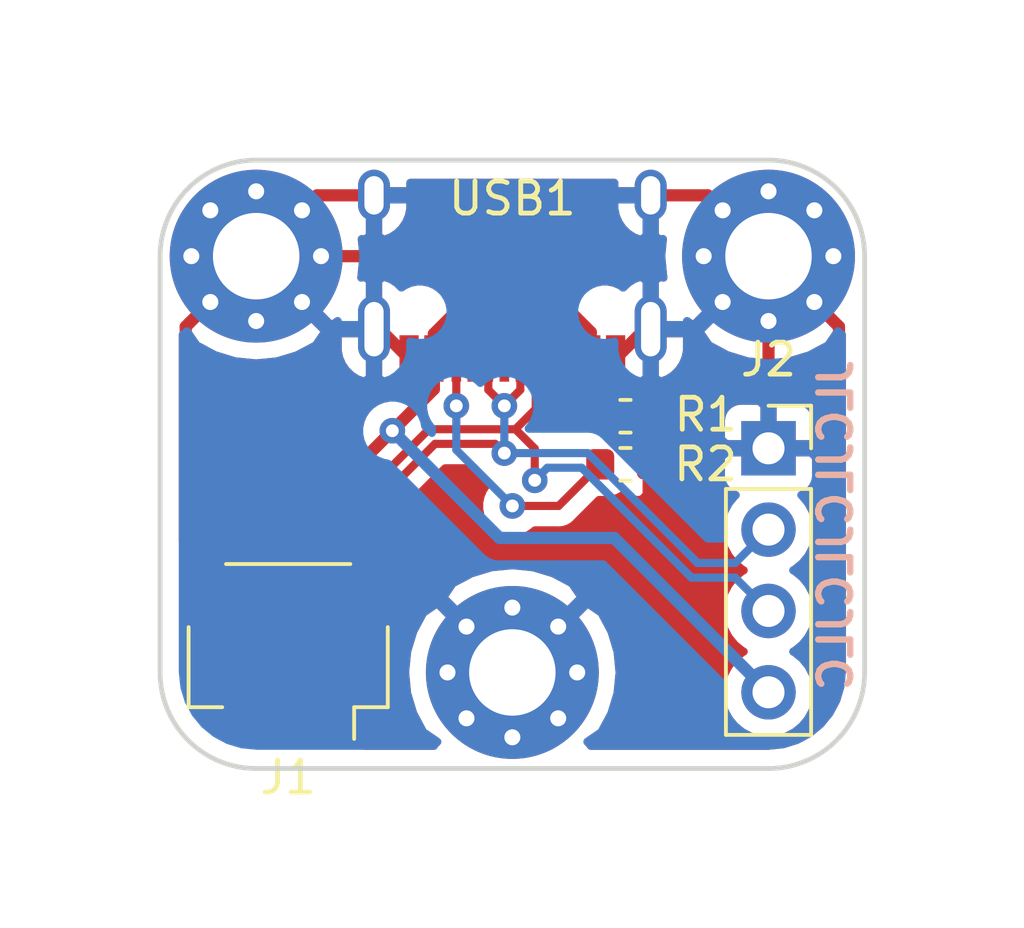
<source format=kicad_pcb>
(kicad_pcb (version 20171130) (host pcbnew "(5.1.4)-1")

  (general
    (thickness 1)
    (drawings 11)
    (tracks 83)
    (zones 0)
    (modules 8)
    (nets 7)
  )

  (page A4)
  (layers
    (0 F.Cu signal)
    (31 B.Cu signal)
    (32 B.Adhes user)
    (33 F.Adhes user)
    (34 B.Paste user)
    (35 F.Paste user)
    (36 B.SilkS user)
    (37 F.SilkS user)
    (38 B.Mask user)
    (39 F.Mask user)
    (40 Dwgs.User user)
    (41 Cmts.User user)
    (42 Eco1.User user)
    (43 Eco2.User user)
    (44 Edge.Cuts user)
    (45 Margin user)
    (46 B.CrtYd user)
    (47 F.CrtYd user)
    (48 B.Fab user)
    (49 F.Fab user)
  )

  (setup
    (last_trace_width 0.25)
    (trace_clearance 0.2)
    (zone_clearance 0.508)
    (zone_45_only no)
    (trace_min 0.2)
    (via_size 0.8)
    (via_drill 0.4)
    (via_min_size 0.4)
    (via_min_drill 0.3)
    (uvia_size 0.3)
    (uvia_drill 0.1)
    (uvias_allowed no)
    (uvia_min_size 0.2)
    (uvia_min_drill 0.1)
    (edge_width 0.15)
    (segment_width 0.2)
    (pcb_text_width 0.3)
    (pcb_text_size 1.5 1.5)
    (mod_edge_width 0.15)
    (mod_text_size 1 1)
    (mod_text_width 0.15)
    (pad_size 1.524 1.524)
    (pad_drill 0.762)
    (pad_to_mask_clearance 0.051)
    (solder_mask_min_width 0.25)
    (aux_axis_origin 0 0)
    (visible_elements 7FFFFFFF)
    (pcbplotparams
      (layerselection 0x010fc_ffffffff)
      (usegerberextensions true)
      (usegerberattributes false)
      (usegerberadvancedattributes false)
      (creategerberjobfile false)
      (excludeedgelayer true)
      (linewidth 0.100000)
      (plotframeref false)
      (viasonmask false)
      (mode 1)
      (useauxorigin false)
      (hpglpennumber 1)
      (hpglpenspeed 20)
      (hpglpendiameter 15.000000)
      (psnegative false)
      (psa4output false)
      (plotreference true)
      (plotvalue true)
      (plotinvisibletext false)
      (padsonsilk false)
      (subtractmaskfromsilk false)
      (outputformat 1)
      (mirror false)
      (drillshape 0)
      (scaleselection 1)
      (outputdirectory "gerbers/"))
  )

  (net 0 "")
  (net 1 GND)
  (net 2 /d+)
  (net 3 /d-)
  (net 4 /vbus)
  (net 5 "Net-(R1-Pad2)")
  (net 6 "Net-(R2-Pad2)")

  (net_class Default "This is the default net class."
    (clearance 0.2)
    (trace_width 0.25)
    (via_dia 0.8)
    (via_drill 0.4)
    (uvia_dia 0.3)
    (uvia_drill 0.1)
  )

  (net_class "elecrow min rec" ""
    (clearance 0.2032)
    (trace_width 0.254)
    (via_dia 0.8)
    (via_drill 0.4)
    (uvia_dia 0.3)
    (uvia_drill 0.1)
    (diff_pair_width 0.254)
    (diff_pair_gap 0.2032)
    (add_net /d+)
    (add_net /d-)
    (add_net "Net-(R1-Pad2)")
    (add_net "Net-(R2-Pad2)")
  )

  (net_class power ""
    (clearance 0.2032)
    (trace_width 0.381)
    (via_dia 0.8)
    (via_drill 0.4)
    (uvia_dia 0.3)
    (uvia_drill 0.1)
    (diff_pair_width 0.381)
    (diff_pair_gap 0.2032)
    (add_net /vbus)
    (add_net GND)
  )

  (module Type-C:HRO-TYPE-C-31-M-12-Assembly (layer F.Cu) (tedit 5D4D5A8B) (tstamp 5CF3DFAB)
    (at 11 -1.5 180)
    (path /5C9F34B7)
    (attr smd)
    (fp_text reference USB1 (at 0 -2.7) (layer F.SilkS)
      (effects (font (size 1 1) (thickness 0.15)))
    )
    (fp_text value HRO-TYPE-C-31-M-12 (at 0 1.15) (layer Dwgs.User)
      (effects (font (size 1 1) (thickness 0.15)))
    )
    (fp_line (start 3.75 -8.5) (end 3.75 -7.5) (layer F.CrtYd) (width 0.15))
    (fp_line (start -3.75 -8.5) (end 3.75 -8.5) (layer F.CrtYd) (width 0.15))
    (fp_line (start -3.75 -7.5) (end -3.75 -8.5) (layer F.CrtYd) (width 0.15))
    (fp_line (start -4.5 0) (end -4.5 -7.5) (layer F.CrtYd) (width 0.15))
    (fp_line (start 4.5 0) (end -4.5 0) (layer F.CrtYd) (width 0.15))
    (fp_line (start 4.5 -7.5) (end 4.5 0) (layer F.CrtYd) (width 0.15))
    (fp_line (start -4.5 -7.5) (end 4.5 -7.5) (layer F.CrtYd) (width 0.15))
    (fp_text user %R (at 0 -9.25) (layer F.Fab)
      (effects (font (size 1 1) (thickness 0.15)))
    )
    (fp_line (start -4.47 0) (end 4.47 0) (layer Dwgs.User) (width 0.15))
    (fp_line (start -4.47 0) (end -4.47 -7.3) (layer Dwgs.User) (width 0.15))
    (fp_line (start 4.47 0) (end 4.47 -7.3) (layer Dwgs.User) (width 0.15))
    (fp_line (start -4.47 -7.3) (end 4.47 -7.3) (layer Dwgs.User) (width 0.15))
    (pad 12 smd rect (at 3.225 -7.695 180) (size 0.6 1.45) (layers F.Cu F.Paste F.Mask)
      (net 1 GND))
    (pad 1 smd rect (at -3.225 -7.695 180) (size 0.6 1.45) (layers F.Cu F.Paste F.Mask)
      (net 1 GND))
    (pad 11 smd rect (at 2.45 -7.695 180) (size 0.6 1.45) (layers F.Cu F.Paste F.Mask)
      (net 4 /vbus))
    (pad 2 smd rect (at -2.45 -7.695 180) (size 0.6 1.45) (layers F.Cu F.Paste F.Mask)
      (net 4 /vbus))
    (pad 3 smd rect (at -1.75 -7.695 180) (size 0.3 1.45) (layers F.Cu F.Paste F.Mask))
    (pad 10 smd rect (at 1.75 -7.695 180) (size 0.3 1.45) (layers F.Cu F.Paste F.Mask)
      (net 6 "Net-(R2-Pad2)"))
    (pad 4 smd rect (at -1.25 -7.695 180) (size 0.3 1.45) (layers F.Cu F.Paste F.Mask)
      (net 5 "Net-(R1-Pad2)"))
    (pad 9 smd rect (at 1.25 -7.695 180) (size 0.3 1.45) (layers F.Cu F.Paste F.Mask))
    (pad 5 smd rect (at -0.75 -7.695 180) (size 0.3 1.45) (layers F.Cu F.Paste F.Mask)
      (net 3 /d-))
    (pad 8 smd rect (at 0.75 -7.695 180) (size 0.3 1.45) (layers F.Cu F.Paste F.Mask)
      (net 2 /d+))
    (pad 7 smd rect (at 0.25 -7.695 180) (size 0.3 1.45) (layers F.Cu F.Paste F.Mask)
      (net 3 /d-))
    (pad 6 smd rect (at -0.25 -7.695 180) (size 0.3 1.45) (layers F.Cu F.Paste F.Mask)
      (net 2 /d+))
    (pad "" np_thru_hole circle (at 2.89 -6.25 180) (size 0.65 0.65) (drill 0.65) (layers *.Cu *.Mask))
    (pad "" np_thru_hole circle (at -2.89 -6.25 180) (size 0.65 0.65) (drill 0.65) (layers *.Cu *.Mask))
    (pad 13 thru_hole oval (at -4.32 -6.78 180) (size 1 2.1) (drill oval 0.6 1.7) (layers *.Cu *.Mask)
      (net 1 GND))
    (pad 13 thru_hole oval (at 4.32 -6.78 180) (size 1 2.1) (drill oval 0.6 1.7) (layers *.Cu *.Mask)
      (net 1 GND))
    (pad 13 thru_hole oval (at -4.32 -2.6 180) (size 1 1.6) (drill oval 0.6 1.2) (layers *.Cu *.Mask)
      (net 1 GND))
    (pad 13 thru_hole oval (at 4.32 -2.6 180) (size 1 1.6) (drill oval 0.6 1.2) (layers *.Cu *.Mask)
      (net 1 GND))
    (model "C:/Users/Chris/Google Drive/Sync Drive/KiCad/libs/Type-C.pretty/HRO  TYPE-C-31-M-12.step"
      (offset (xyz -4.47 0 0))
      (scale (xyz 1 1 1))
      (rotate (xyz 90 180 180))
    )
  )

  (module keebs:m2.5_pad_via (layer F.Cu) (tedit 5CEE7539) (tstamp 5CE8F604)
    (at 19 3)
    (descr "Mounting Hole 2.7mm")
    (tags "mounting hole 2.7mm")
    (path /5CE917F5)
    (attr virtual)
    (fp_text reference H3 (at 0 -3.7) (layer F.SilkS) hide
      (effects (font (size 1 1) (thickness 0.15)))
    )
    (fp_text value MountingHole_Pad (at 0 3.7) (layer F.Fab)
      (effects (font (size 1 1) (thickness 0.15)))
    )
    (fp_circle (center 0 0) (end 2.95 0) (layer F.CrtYd) (width 0.05))
    (fp_circle (center 0 0) (end 2.7 0) (layer Cmts.User) (width 0.15))
    (fp_text user %R (at 0.3 0) (layer F.Fab)
      (effects (font (size 1 1) (thickness 0.15)))
    )
    (pad 1 thru_hole circle (at 1.431891 -1.431891) (size 0.8 0.8) (drill 0.5) (layers *.Cu *.Mask)
      (net 1 GND))
    (pad 1 thru_hole circle (at 0 -2.025) (size 0.8 0.8) (drill 0.5) (layers *.Cu *.Mask)
      (net 1 GND))
    (pad 1 thru_hole circle (at -1.431891 -1.431891) (size 0.8 0.8) (drill 0.5) (layers *.Cu *.Mask)
      (net 1 GND))
    (pad 1 thru_hole circle (at -2.025 0) (size 0.8 0.8) (drill 0.5) (layers *.Cu *.Mask)
      (net 1 GND))
    (pad 1 thru_hole circle (at -1.431891 1.431891) (size 0.8 0.8) (drill 0.5) (layers *.Cu *.Mask)
      (net 1 GND))
    (pad 1 thru_hole circle (at 0 2.025) (size 0.8 0.8) (drill 0.5) (layers *.Cu *.Mask)
      (net 1 GND))
    (pad 1 thru_hole circle (at 1.431891 1.431891) (size 0.8 0.8) (drill 0.5) (layers *.Cu *.Mask)
      (net 1 GND))
    (pad 1 thru_hole circle (at 2.025 0) (size 0.8 0.8) (drill 0.5) (layers *.Cu *.Mask)
      (net 1 GND))
    (pad 1 thru_hole circle (at 0 0) (size 5.4 5.4) (drill 2.7) (layers *.Cu *.Mask)
      (net 1 GND))
  )

  (module keebs:m2.5_pad_via (layer F.Cu) (tedit 5CEE7539) (tstamp 5CE8F94F)
    (at 3 3)
    (descr "Mounting Hole 2.7mm")
    (tags "mounting hole 2.7mm")
    (path /5CE8E580)
    (attr virtual)
    (fp_text reference H1 (at 0 -3.7) (layer F.SilkS) hide
      (effects (font (size 1 1) (thickness 0.15)))
    )
    (fp_text value MountingHole_Pad (at 0 3.7) (layer F.Fab)
      (effects (font (size 1 1) (thickness 0.15)))
    )
    (fp_circle (center 0 0) (end 2.95 0) (layer F.CrtYd) (width 0.05))
    (fp_circle (center 0 0) (end 2.7 0) (layer Cmts.User) (width 0.15))
    (fp_text user %R (at 0.3 0) (layer F.Fab)
      (effects (font (size 1 1) (thickness 0.15)))
    )
    (pad 1 thru_hole circle (at 1.431891 -1.431891) (size 0.8 0.8) (drill 0.5) (layers *.Cu *.Mask)
      (net 1 GND))
    (pad 1 thru_hole circle (at 0 -2.025) (size 0.8 0.8) (drill 0.5) (layers *.Cu *.Mask)
      (net 1 GND))
    (pad 1 thru_hole circle (at -1.431891 -1.431891) (size 0.8 0.8) (drill 0.5) (layers *.Cu *.Mask)
      (net 1 GND))
    (pad 1 thru_hole circle (at -2.025 0) (size 0.8 0.8) (drill 0.5) (layers *.Cu *.Mask)
      (net 1 GND))
    (pad 1 thru_hole circle (at -1.431891 1.431891) (size 0.8 0.8) (drill 0.5) (layers *.Cu *.Mask)
      (net 1 GND))
    (pad 1 thru_hole circle (at 0 2.025) (size 0.8 0.8) (drill 0.5) (layers *.Cu *.Mask)
      (net 1 GND))
    (pad 1 thru_hole circle (at 1.431891 1.431891) (size 0.8 0.8) (drill 0.5) (layers *.Cu *.Mask)
      (net 1 GND))
    (pad 1 thru_hole circle (at 2.025 0) (size 0.8 0.8) (drill 0.5) (layers *.Cu *.Mask)
      (net 1 GND))
    (pad 1 thru_hole circle (at 0 0) (size 5.4 5.4) (drill 2.7) (layers *.Cu *.Mask)
      (net 1 GND))
  )

  (module keebs:m2.5_pad_via (layer F.Cu) (tedit 5CEE7539) (tstamp 5CE912F9)
    (at 11 16)
    (descr "Mounting Hole 2.7mm")
    (tags "mounting hole 2.7mm")
    (path /5CE90C0E)
    (attr virtual)
    (fp_text reference H2 (at 0 -3.7) (layer F.SilkS) hide
      (effects (font (size 1 1) (thickness 0.15)))
    )
    (fp_text value MountingHole_Pad (at 0 3.7) (layer F.Fab)
      (effects (font (size 1 1) (thickness 0.15)))
    )
    (fp_circle (center 0 0) (end 2.95 0) (layer F.CrtYd) (width 0.05))
    (fp_circle (center 0 0) (end 2.7 0) (layer Cmts.User) (width 0.15))
    (fp_text user %R (at 0.3 0) (layer F.Fab)
      (effects (font (size 1 1) (thickness 0.15)))
    )
    (pad 1 thru_hole circle (at 1.431891 -1.431891) (size 0.8 0.8) (drill 0.5) (layers *.Cu *.Mask)
      (net 1 GND))
    (pad 1 thru_hole circle (at 0 -2.025) (size 0.8 0.8) (drill 0.5) (layers *.Cu *.Mask)
      (net 1 GND))
    (pad 1 thru_hole circle (at -1.431891 -1.431891) (size 0.8 0.8) (drill 0.5) (layers *.Cu *.Mask)
      (net 1 GND))
    (pad 1 thru_hole circle (at -2.025 0) (size 0.8 0.8) (drill 0.5) (layers *.Cu *.Mask)
      (net 1 GND))
    (pad 1 thru_hole circle (at -1.431891 1.431891) (size 0.8 0.8) (drill 0.5) (layers *.Cu *.Mask)
      (net 1 GND))
    (pad 1 thru_hole circle (at 0 2.025) (size 0.8 0.8) (drill 0.5) (layers *.Cu *.Mask)
      (net 1 GND))
    (pad 1 thru_hole circle (at 1.431891 1.431891) (size 0.8 0.8) (drill 0.5) (layers *.Cu *.Mask)
      (net 1 GND))
    (pad 1 thru_hole circle (at 2.025 0) (size 0.8 0.8) (drill 0.5) (layers *.Cu *.Mask)
      (net 1 GND))
    (pad 1 thru_hole circle (at 0 0) (size 5.4 5.4) (drill 2.7) (layers *.Cu *.Mask)
      (net 1 GND))
  )

  (module Resistor_SMD:R_0603_1608Metric (layer F.Cu) (tedit 5B301BBD) (tstamp 5CE8F630)
    (at 14.5325 8 180)
    (descr "Resistor SMD 0603 (1608 Metric), square (rectangular) end terminal, IPC_7351 nominal, (Body size source: http://www.tortai-tech.com/upload/download/2011102023233369053.pdf), generated with kicad-footprint-generator")
    (tags resistor)
    (path /5C9F39A7)
    (attr smd)
    (fp_text reference R1 (at -2.5125 0.05) (layer F.SilkS)
      (effects (font (size 1 1) (thickness 0.15)))
    )
    (fp_text value 5.1K (at 0 1.43) (layer F.Fab)
      (effects (font (size 1 1) (thickness 0.15)))
    )
    (fp_line (start -0.8 0.4) (end -0.8 -0.4) (layer F.Fab) (width 0.1))
    (fp_line (start -0.8 -0.4) (end 0.8 -0.4) (layer F.Fab) (width 0.1))
    (fp_line (start 0.8 -0.4) (end 0.8 0.4) (layer F.Fab) (width 0.1))
    (fp_line (start 0.8 0.4) (end -0.8 0.4) (layer F.Fab) (width 0.1))
    (fp_line (start -0.162779 -0.51) (end 0.162779 -0.51) (layer F.SilkS) (width 0.12))
    (fp_line (start -0.162779 0.51) (end 0.162779 0.51) (layer F.SilkS) (width 0.12))
    (fp_line (start -1.48 0.73) (end -1.48 -0.73) (layer F.CrtYd) (width 0.05))
    (fp_line (start -1.48 -0.73) (end 1.48 -0.73) (layer F.CrtYd) (width 0.05))
    (fp_line (start 1.48 -0.73) (end 1.48 0.73) (layer F.CrtYd) (width 0.05))
    (fp_line (start 1.48 0.73) (end -1.48 0.73) (layer F.CrtYd) (width 0.05))
    (fp_text user %R (at 0 0) (layer F.Fab)
      (effects (font (size 0.4 0.4) (thickness 0.06)))
    )
    (pad 1 smd roundrect (at -0.7875 0 180) (size 0.875 0.95) (layers F.Cu F.Paste F.Mask) (roundrect_rratio 0.25)
      (net 1 GND))
    (pad 2 smd roundrect (at 0.7875 0 180) (size 0.875 0.95) (layers F.Cu F.Paste F.Mask) (roundrect_rratio 0.25)
      (net 5 "Net-(R1-Pad2)"))
    (model ${KISYS3DMOD}/Resistor_SMD.3dshapes/R_0603_1608Metric.wrl
      (at (xyz 0 0 0))
      (scale (xyz 1 1 1))
      (rotate (xyz 0 0 0))
    )
  )

  (module Resistor_SMD:R_0603_1608Metric (layer F.Cu) (tedit 5B301BBD) (tstamp 5CE8F641)
    (at 14.5325 9.5 180)
    (descr "Resistor SMD 0603 (1608 Metric), square (rectangular) end terminal, IPC_7351 nominal, (Body size source: http://www.tortai-tech.com/upload/download/2011102023233369053.pdf), generated with kicad-footprint-generator")
    (tags resistor)
    (path /5C9F3F4F)
    (attr smd)
    (fp_text reference R2 (at -2.5 0) (layer F.SilkS)
      (effects (font (size 1 1) (thickness 0.15)))
    )
    (fp_text value 5.1K (at 0 1.43) (layer F.Fab)
      (effects (font (size 1 1) (thickness 0.15)))
    )
    (fp_line (start -0.8 0.4) (end -0.8 -0.4) (layer F.Fab) (width 0.1))
    (fp_line (start -0.8 -0.4) (end 0.8 -0.4) (layer F.Fab) (width 0.1))
    (fp_line (start 0.8 -0.4) (end 0.8 0.4) (layer F.Fab) (width 0.1))
    (fp_line (start 0.8 0.4) (end -0.8 0.4) (layer F.Fab) (width 0.1))
    (fp_line (start -0.162779 -0.51) (end 0.162779 -0.51) (layer F.SilkS) (width 0.12))
    (fp_line (start -0.162779 0.51) (end 0.162779 0.51) (layer F.SilkS) (width 0.12))
    (fp_line (start -1.48 0.73) (end -1.48 -0.73) (layer F.CrtYd) (width 0.05))
    (fp_line (start -1.48 -0.73) (end 1.48 -0.73) (layer F.CrtYd) (width 0.05))
    (fp_line (start 1.48 -0.73) (end 1.48 0.73) (layer F.CrtYd) (width 0.05))
    (fp_line (start 1.48 0.73) (end -1.48 0.73) (layer F.CrtYd) (width 0.05))
    (fp_text user %R (at 0 0) (layer F.Fab)
      (effects (font (size 0.4 0.4) (thickness 0.06)))
    )
    (pad 1 smd roundrect (at -0.7875 0 180) (size 0.875 0.95) (layers F.Cu F.Paste F.Mask) (roundrect_rratio 0.25)
      (net 1 GND))
    (pad 2 smd roundrect (at 0.7875 0 180) (size 0.875 0.95) (layers F.Cu F.Paste F.Mask) (roundrect_rratio 0.25)
      (net 6 "Net-(R2-Pad2)"))
    (model ${KISYS3DMOD}/Resistor_SMD.3dshapes/R_0603_1608Metric.wrl
      (at (xyz 0 0 0))
      (scale (xyz 1 1 1))
      (rotate (xyz 0 0 0))
    )
  )

  (module Connector_PinSocket_2.54mm:PinSocket_1x04_P2.54mm_Vertical (layer F.Cu) (tedit 5A19A429) (tstamp 5E4A691B)
    (at 19 9)
    (descr "Through hole straight socket strip, 1x04, 2.54mm pitch, single row (from Kicad 4.0.7), script generated")
    (tags "Through hole socket strip THT 1x04 2.54mm single row")
    (path /5E4A5E4C)
    (fp_text reference J2 (at 0 -2.77) (layer F.SilkS)
      (effects (font (size 1 1) (thickness 0.15)))
    )
    (fp_text value Conn_01x04 (at 0 10.39) (layer F.Fab)
      (effects (font (size 1 1) (thickness 0.15)))
    )
    (fp_line (start -1.27 -1.27) (end 0.635 -1.27) (layer F.Fab) (width 0.1))
    (fp_line (start 0.635 -1.27) (end 1.27 -0.635) (layer F.Fab) (width 0.1))
    (fp_line (start 1.27 -0.635) (end 1.27 8.89) (layer F.Fab) (width 0.1))
    (fp_line (start 1.27 8.89) (end -1.27 8.89) (layer F.Fab) (width 0.1))
    (fp_line (start -1.27 8.89) (end -1.27 -1.27) (layer F.Fab) (width 0.1))
    (fp_line (start -1.33 1.27) (end 1.33 1.27) (layer F.SilkS) (width 0.12))
    (fp_line (start -1.33 1.27) (end -1.33 8.95) (layer F.SilkS) (width 0.12))
    (fp_line (start -1.33 8.95) (end 1.33 8.95) (layer F.SilkS) (width 0.12))
    (fp_line (start 1.33 1.27) (end 1.33 8.95) (layer F.SilkS) (width 0.12))
    (fp_line (start 1.33 -1.33) (end 1.33 0) (layer F.SilkS) (width 0.12))
    (fp_line (start 0 -1.33) (end 1.33 -1.33) (layer F.SilkS) (width 0.12))
    (fp_line (start -1.8 -1.8) (end 1.75 -1.8) (layer F.CrtYd) (width 0.05))
    (fp_line (start 1.75 -1.8) (end 1.75 9.4) (layer F.CrtYd) (width 0.05))
    (fp_line (start 1.75 9.4) (end -1.8 9.4) (layer F.CrtYd) (width 0.05))
    (fp_line (start -1.8 9.4) (end -1.8 -1.8) (layer F.CrtYd) (width 0.05))
    (fp_text user %R (at 0 3.81 90) (layer F.Fab)
      (effects (font (size 1 1) (thickness 0.15)))
    )
    (pad 1 thru_hole rect (at 0 0) (size 1.7 1.7) (drill 1) (layers *.Cu *.Mask)
      (net 1 GND))
    (pad 2 thru_hole oval (at 0 2.54) (size 1.7 1.7) (drill 1) (layers *.Cu *.Mask)
      (net 2 /d+))
    (pad 3 thru_hole oval (at 0 5.08) (size 1.7 1.7) (drill 1) (layers *.Cu *.Mask)
      (net 3 /d-))
    (pad 4 thru_hole oval (at 0 7.62) (size 1.7 1.7) (drill 1) (layers *.Cu *.Mask)
      (net 4 /vbus))
    (model ${KISYS3DMOD}/Connector_PinSocket_2.54mm.3dshapes/PinSocket_1x04_P2.54mm_Vertical.wrl
      (at (xyz 0 0 0))
      (scale (xyz 1 1 1))
      (rotate (xyz 0 0 0))
    )
  )

  (module crokto:JST_SH_SM04B-SRSS-TB_1x04-1MP_P1.00mm_Horizontal (layer F.Cu) (tedit 5E466A05) (tstamp 5E4A6DC9)
    (at 4 15.3 180)
    (descr "JST SH series connector, SM04B-SRSS-TB (http://www.jst-mfg.com/product/pdf/eng/eSH.pdf), generated with kicad-footprint-generator")
    (tags "connector JST SH top entry")
    (path /5C9F357E)
    (attr smd)
    (fp_text reference J1 (at 0 -3.98) (layer F.SilkS)
      (effects (font (size 1 1) (thickness 0.15)))
    )
    (fp_text value Conn_01x04 (at 0 3.98) (layer F.Fab)
      (effects (font (size 1 1) (thickness 0.15)))
    )
    (fp_line (start -3 -1.675) (end 3 -1.675) (layer F.Fab) (width 0.1))
    (fp_line (start -3.11 0.715) (end -3.11 -1.785) (layer F.SilkS) (width 0.12))
    (fp_line (start -3.11 -1.785) (end -2.06 -1.785) (layer F.SilkS) (width 0.12))
    (fp_line (start -2.06 -1.785) (end -2.06 -2.775) (layer F.SilkS) (width 0.12))
    (fp_line (start 3.11 0.715) (end 3.11 -1.785) (layer F.SilkS) (width 0.12))
    (fp_line (start 3.11 -1.785) (end 2.06 -1.785) (layer F.SilkS) (width 0.12))
    (fp_line (start -1.94 2.685) (end 1.94 2.685) (layer F.SilkS) (width 0.12))
    (fp_line (start -3 2.575) (end 3 2.575) (layer F.Fab) (width 0.1))
    (fp_line (start -3 -1.675) (end -3 2.575) (layer F.Fab) (width 0.1))
    (fp_line (start 3 -1.675) (end 3 2.575) (layer F.Fab) (width 0.1))
    (fp_line (start -3.9 -3.28) (end -3.9 3.28) (layer F.CrtYd) (width 0.05))
    (fp_line (start -3.9 3.28) (end 3.9 3.28) (layer F.CrtYd) (width 0.05))
    (fp_line (start 3.9 3.28) (end 3.9 -3.28) (layer F.CrtYd) (width 0.05))
    (fp_line (start 3.9 -3.28) (end -3.9 -3.28) (layer F.CrtYd) (width 0.05))
    (fp_line (start -2 -1.675) (end -1.5 -0.967893) (layer F.Fab) (width 0.1))
    (fp_line (start -1.5 -0.967893) (end -1 -1.675) (layer F.Fab) (width 0.1))
    (fp_text user %R (at 0 0) (layer F.Fab)
      (effects (font (size 1 1) (thickness 0.15)))
    )
    (pad 1 smd roundrect (at -1.5 -2 180) (size 0.6 1.55) (layers F.Cu F.Paste F.Mask) (roundrect_rratio 0.25)
      (net 1 GND))
    (pad 2 smd roundrect (at -0.5 -2 180) (size 0.6 1.55) (layers F.Cu F.Paste F.Mask) (roundrect_rratio 0.25)
      (net 2 /d+))
    (pad 3 smd roundrect (at 0.5 -2 180) (size 0.6 1.55) (layers F.Cu F.Paste F.Mask) (roundrect_rratio 0.25)
      (net 3 /d-))
    (pad 4 smd roundrect (at 1.5 -2 180) (size 0.6 1.55) (layers F.Cu F.Paste F.Mask) (roundrect_rratio 0.25)
      (net 4 /vbus))
    (pad MP smd roundrect (at -2.8 1.875 180) (size 1.2 1.8) (layers F.Cu F.Paste F.Mask) (roundrect_rratio 0.208333))
    (pad MP smd roundrect (at 2.8 1.875 180) (size 1.2 1.8) (layers F.Cu F.Paste F.Mask) (roundrect_rratio 0.208333))
    (model ${CROKTO}/SM04B-SRSS-TB.STEP
      (offset (xyz 0 1.3 -0.295))
      (scale (xyz 1 1 1))
      (rotate (xyz -90 0 0))
    )
  )

  (gr_text JLCJLCJLCJLC (at 21.1 11.4 90) (layer B.SilkS)
    (effects (font (size 1 1) (thickness 0.2)) (justify mirror))
  )
  (gr_line (start 13.25 13.75) (end 13.25 19.7) (layer F.CrtYd) (width 0.05))
  (gr_line (start 7 13.75) (end 13.25 13.75) (layer F.CrtYd) (width 0.05))
  (gr_arc (start 3 16) (end 0 16) (angle -90) (layer Edge.Cuts) (width 0.15))
  (gr_line (start 0 16) (end 0 3) (layer Edge.Cuts) (width 0.15) (tstamp 5D124CEF))
  (gr_arc (start 19 3) (end 22 3) (angle -90) (layer Edge.Cuts) (width 0.15) (tstamp 5D124CF5))
  (gr_line (start 19 19) (end 3 19) (layer Edge.Cuts) (width 0.15) (tstamp 5D124CF4))
  (gr_line (start 3 0) (end 19 0) (layer Edge.Cuts) (width 0.15) (tstamp 5D124CF3))
  (gr_arc (start 3 3) (end 3 0) (angle -90) (layer Edge.Cuts) (width 0.15) (tstamp 5D124CF2))
  (gr_arc (start 19 16) (end 19 19) (angle -90) (layer Edge.Cuts) (width 0.15) (tstamp 5D124CF1))
  (gr_line (start 22 3) (end 22 16) (layer Edge.Cuts) (width 0.15) (tstamp 5D124CF0))

  (segment (start 6.86 5.28) (end 7.775 6.195) (width 0.381) (layer F.Cu) (net 1) (status 30))
  (segment (start 6.68 5.28) (end 6.86 5.28) (width 0.381) (layer F.Cu) (net 1) (status 30))
  (segment (start 15.14 5.28) (end 14.225 6.195) (width 0.381) (layer F.Cu) (net 1) (status 30))
  (segment (start 15.32 5.28) (end 15.14 5.28) (width 0.381) (layer F.Cu) (net 1) (status 30))
  (segment (start 19 3) (end 19 6.6) (width 0.381) (layer F.Cu) (net 1) (status 10))
  (segment (start 19 3) (end 21.2 5.2) (width 0.381) (layer F.Cu) (net 1) (status 10))
  (segment (start 21.2 5.2) (end 21.2 5.6) (width 0.381) (layer F.Cu) (net 1))
  (segment (start 17.1 1.1) (end 15.32 1.1) (width 0.381) (layer F.Cu) (net 1) (status 30))
  (segment (start 19 3) (end 17.1 1.1) (width 0.381) (layer F.Cu) (net 1) (status 30))
  (segment (start 4.9 1.1) (end 6.68 1.1) (width 0.381) (layer F.Cu) (net 1) (status 30))
  (segment (start 3 3) (end 4.9 1.1) (width 0.381) (layer F.Cu) (net 1) (status 30))
  (segment (start 3 3) (end 6.5 3) (width 0.381) (layer F.Cu) (net 1) (status 10))
  (segment (start 3 3) (end 0.9 5.1) (width 0.381) (layer F.Cu) (net 1) (status 10))
  (segment (start 0.9 5.1) (end 0.8 5.2) (width 0.381) (layer F.Cu) (net 1))
  (segment (start 0.8 5.2) (end 0.8 5.5) (width 0.381) (layer F.Cu) (net 1))
  (segment (start 6.68 3.849) (end 6.68 1.1) (width 0.381) (layer B.Cu) (net 1) (status 20))
  (segment (start 6.68 5.28) (end 6.68 3.849) (width 0.381) (layer B.Cu) (net 1) (status 10))
  (segment (start 15.32 1.1) (end 15.32 5.28) (width 0.381) (layer B.Cu) (net 1) (status 30))
  (segment (start 10.25 7.174) (end 10.75 7.674) (width 0.254) (layer F.Cu) (net 2))
  (segment (start 10.25 6.195) (end 10.25 7.174) (width 0.254) (layer F.Cu) (net 2) (status 10))
  (segment (start 11.25 7.174) (end 11.25 6.195) (width 0.254) (layer F.Cu) (net 2) (status 20))
  (segment (start 10.75 7.674) (end 11.25 7.174) (width 0.254) (layer F.Cu) (net 2))
  (via (at 10.75 7.674) (size 0.8) (drill 0.4) (layers F.Cu B.Cu) (net 2))
  (segment (start 10.75 7.674) (end 10.75 9.15) (width 0.254) (layer B.Cu) (net 2))
  (via (at 10.75 9.15) (size 0.8) (drill 0.4) (layers F.Cu B.Cu) (net 2))
  (segment (start 10.461411 8.861411) (end 10.75 9.15) (width 0.254) (layer F.Cu) (net 2))
  (segment (start 8.585181 8.861411) (end 10.461411 8.861411) (width 0.254) (layer F.Cu) (net 2))
  (segment (start 4.5 17.3) (end 4.2286 17.0286) (width 0.254) (layer F.Cu) (net 2) (status 30))
  (segment (start 4.2286 17.0286) (end 4.2286 13.217992) (width 0.254) (layer F.Cu) (net 2) (status 10))
  (segment (start 4.2286 13.217992) (end 8.585181 8.861411) (width 0.254) (layer F.Cu) (net 2))
  (segment (start 17.9586 12.5814) (end 19 11.54) (width 0.254) (layer B.Cu) (net 2) (status 20))
  (segment (start 16.784392 12.5814) (end 17.9586 12.5814) (width 0.254) (layer B.Cu) (net 2))
  (segment (start 13.352992 9.15) (end 16.784392 12.5814) (width 0.254) (layer B.Cu) (net 2))
  (segment (start 10.75 9.15) (end 13.352992 9.15) (width 0.254) (layer B.Cu) (net 2))
  (segment (start 10.75 6.195) (end 10.75 5.225638) (width 0.254) (layer F.Cu) (net 3) (status 10))
  (segment (start 11.75 5.216) (end 11.75 6.195) (width 0.254) (layer F.Cu) (net 3) (status 20))
  (segment (start 11.75 6.95) (end 11.75 6.195) (width 0.254) (layer F.Cu) (net 3) (status 20))
  (segment (start 11.730201 7.769799) (end 11.730201 6.969799) (width 0.254) (layer F.Cu) (net 3))
  (segment (start 11.095799 8.404201) (end 11.730201 7.769799) (width 0.254) (layer F.Cu) (net 3))
  (segment (start 3.7714 17.0286) (end 3.7714 13.0286) (width 0.254) (layer F.Cu) (net 3) (status 10))
  (segment (start 3.5 17.3) (end 3.7714 17.0286) (width 0.254) (layer F.Cu) (net 3) (status 30))
  (segment (start 11.730201 6.969799) (end 11.75 6.95) (width 0.254) (layer F.Cu) (net 3))
  (segment (start 8.395799 8.404201) (end 11.095799 8.404201) (width 0.254) (layer F.Cu) (net 3))
  (segment (start 3.7714 13.0286) (end 8.395799 8.404201) (width 0.254) (layer F.Cu) (net 3))
  (segment (start 10.75 5.225638) (end 10.975638 5) (width 0.254) (layer F.Cu) (net 3))
  (segment (start 11.740362 5.216) (end 11.75 5.216) (width 0.254) (layer F.Cu) (net 3))
  (segment (start 11.524362 5) (end 11.740362 5.216) (width 0.254) (layer F.Cu) (net 3))
  (segment (start 10.975638 5) (end 11.524362 5) (width 0.254) (layer F.Cu) (net 3))
  (via (at 11.7 10) (size 0.8) (drill 0.4) (layers F.Cu B.Cu) (net 3))
  (segment (start 11.7 9.024) (end 11.7 10) (width 0.254) (layer F.Cu) (net 3))
  (segment (start 11.095799 8.404201) (end 11.7 9.008402) (width 0.254) (layer F.Cu) (net 3))
  (segment (start 11.7 9.008402) (end 11.7 9.024) (width 0.254) (layer F.Cu) (net 3))
  (segment (start 11.7 10) (end 12.09279 9.60721) (width 0.254) (layer B.Cu) (net 3))
  (segment (start 17.9586 13.0386) (end 16.595012 13.0386) (width 0.254) (layer B.Cu) (net 3))
  (segment (start 19 14.08) (end 17.9586 13.0386) (width 0.254) (layer B.Cu) (net 3) (status 10))
  (segment (start 13.163622 9.60721) (end 16.595012 13.0386) (width 0.254) (layer B.Cu) (net 3))
  (segment (start 12.09279 9.60721) (end 13.163622 9.60721) (width 0.254) (layer B.Cu) (net 3))
  (segment (start 8.55 5.426299) (end 9.776299 4.2) (width 0.381) (layer F.Cu) (net 4))
  (segment (start 8.55 6.195) (end 8.55 5.426299) (width 0.381) (layer F.Cu) (net 4) (status 10))
  (segment (start 12.276322 4.2) (end 9.776299 4.2) (width 0.381) (layer F.Cu) (net 4))
  (segment (start 13.45 5.373678) (end 12.276322 4.2) (width 0.381) (layer F.Cu) (net 4))
  (segment (start 13.45 6.195) (end 13.45 5.373678) (width 0.381) (layer F.Cu) (net 4) (status 10))
  (segment (start 2.5 16.425) (end 2.5 17.3) (width 0.381) (layer F.Cu) (net 4) (status 20))
  (segment (start 2.5 13.203662) (end 2.5 16.425) (width 0.381) (layer F.Cu) (net 4))
  (segment (start 8.55 6.195) (end 8.55 7.153662) (width 0.381) (layer F.Cu) (net 4) (status 10))
  (segment (start 19 16.62) (end 14.18 11.8) (width 0.381) (layer B.Cu) (net 4) (status 10))
  (segment (start 14.18 11.8) (end 10.6 11.8) (width 0.381) (layer B.Cu) (net 4))
  (via (at 7.251831 8.451831) (size 0.8) (drill 0.4) (layers F.Cu B.Cu) (net 4))
  (segment (start 10.6 11.8) (end 7.251831 8.451831) (width 0.381) (layer B.Cu) (net 4))
  (segment (start 8.55 7.153662) (end 7.251831 8.451831) (width 0.381) (layer F.Cu) (net 4))
  (segment (start 7.251831 8.451831) (end 2.5 13.203662) (width 0.381) (layer F.Cu) (net 4))
  (segment (start 13.2075 8) (end 13.745 8) (width 0.254) (layer F.Cu) (net 5) (status 20))
  (segment (start 13.076 8) (end 13.2075 8) (width 0.254) (layer F.Cu) (net 5))
  (segment (start 12.25 7.174) (end 13.076 8) (width 0.254) (layer F.Cu) (net 5))
  (segment (start 12.25 6.195) (end 12.25 7.174) (width 0.254) (layer F.Cu) (net 5) (status 10))
  (via (at 11 10.8) (size 0.8) (drill 0.4) (layers F.Cu B.Cu) (net 6))
  (segment (start 13.745 9.5) (end 12.445 10.8) (width 0.254) (layer F.Cu) (net 6) (status 10))
  (segment (start 12.445 10.8) (end 11 10.8) (width 0.254) (layer F.Cu) (net 6))
  (segment (start 9.25 6.195) (end 9.25 7.75) (width 0.254) (layer F.Cu) (net 6) (status 10))
  (via (at 9.25 7.674001) (size 0.8) (drill 0.4) (layers F.Cu B.Cu) (net 6))
  (segment (start 9.25 7.75) (end 9.25 7.674001) (width 0.254) (layer F.Cu) (net 6))
  (segment (start 9.25 9.05) (end 11 10.8) (width 0.254) (layer B.Cu) (net 6))
  (segment (start 9.25 7.674001) (end 9.25 9.05) (width 0.254) (layer B.Cu) (net 6))

  (zone (net 1) (net_name GND) (layer F.Cu) (tstamp 5D18976B) (hatch edge 0.508)
    (connect_pads (clearance 0.508))
    (min_thickness 0.254)
    (fill yes (arc_segments 32) (thermal_gap 0.508) (thermal_bridge_width 0.508))
    (polygon
      (pts
        (xy -5 -5) (xy 27 -5) (xy 27 24) (xy -5 24)
      )
    )
    (filled_polygon
      (pts
        (xy 14.185 0.973) (xy 15.193 0.973) (xy 15.193 0.953) (xy 15.447 0.953) (xy 15.447 0.973)
        (xy 15.467 0.973) (xy 15.467 1.227) (xy 15.447 1.227) (xy 15.447 2.367954) (xy 15.621874 2.494119)
        (xy 15.701787 2.46552) (xy 15.648866 2.995431) (xy 15.712366 3.649293) (xy 15.718787 3.670564) (xy 15.621874 3.635881)
        (xy 15.447 3.762046) (xy 15.447 5.153) (xy 16.455 5.153) (xy 16.455 5.029098) (xy 16.654626 5.165769)
        (xy 18.820395 3) (xy 18.806253 2.985858) (xy 18.985858 2.806253) (xy 19 2.820395) (xy 19.014143 2.806253)
        (xy 19.193748 2.985858) (xy 19.179605 3) (xy 19.193748 3.014143) (xy 19.014143 3.193748) (xy 19 3.179605)
        (xy 16.834231 5.345374) (xy 17.134411 5.783828) (xy 17.713356 6.094296) (xy 18.341746 6.285852) (xy 18.995431 6.351134)
        (xy 19.649293 6.287634) (xy 20.278203 6.097792) (xy 20.857992 5.788904) (xy 20.865589 5.783828) (xy 21.165768 5.345376)
        (xy 21.279373 5.458981) (xy 21.29 5.448354) (xy 21.290001 15.965269) (xy 21.243048 16.444133) (xy 21.114063 16.871353)
        (xy 20.904554 17.265384) (xy 20.622501 17.611214) (xy 20.278651 17.895672) (xy 19.886093 18.107927) (xy 19.459788 18.239891)
        (xy 18.983036 18.29) (xy 13.448354 18.29) (xy 13.458981 18.279373) (xy 13.345376 18.165768) (xy 13.783828 17.865589)
        (xy 14.094296 17.286644) (xy 14.285852 16.658254) (xy 14.351134 16.004569) (xy 14.287634 15.350707) (xy 14.097792 14.721797)
        (xy 13.788904 14.142008) (xy 13.783828 14.134411) (xy 13.345374 13.834231) (xy 11.179605 16) (xy 11.193748 16.014143)
        (xy 11.014143 16.193748) (xy 11 16.179605) (xy 10.985858 16.193748) (xy 10.806253 16.014143) (xy 10.820395 16)
        (xy 8.654626 13.834231) (xy 8.216172 14.134411) (xy 7.905704 14.713356) (xy 7.714148 15.341746) (xy 7.648866 15.995431)
        (xy 7.712366 16.649293) (xy 7.902208 17.278203) (xy 8.211096 17.857992) (xy 8.216172 17.865589) (xy 8.654624 18.165768)
        (xy 8.541019 18.279373) (xy 8.551646 18.29) (xy 6.398354 18.29) (xy 6.425812 18.199482) (xy 6.438072 18.075)
        (xy 6.435 17.58575) (xy 6.27625 17.427) (xy 5.627 17.427) (xy 5.627 17.447) (xy 5.438072 17.447)
        (xy 5.438072 16.675) (xy 5.422929 16.521255) (xy 5.378084 16.373418) (xy 5.373 16.363907) (xy 5.373 16.04875)
        (xy 5.627 16.04875) (xy 5.627 17.173) (xy 6.27625 17.173) (xy 6.435 17.01425) (xy 6.438072 16.525)
        (xy 6.425812 16.400518) (xy 6.389502 16.28082) (xy 6.330537 16.170506) (xy 6.251185 16.073815) (xy 6.154494 15.994463)
        (xy 6.04418 15.935498) (xy 5.924482 15.899188) (xy 5.8 15.886928) (xy 5.78575 15.89) (xy 5.627 16.04875)
        (xy 5.373 16.04875) (xy 5.21425 15.89) (xy 5.2 15.886928) (xy 5.075518 15.899188) (xy 4.9906 15.924948)
        (xy 4.9906 13.533622) (xy 5.561928 12.962294) (xy 5.561928 14.075001) (xy 5.578992 14.248255) (xy 5.629528 14.414851)
        (xy 5.711595 14.568387) (xy 5.822038 14.702962) (xy 5.956613 14.813405) (xy 6.110149 14.895472) (xy 6.276745 14.946008)
        (xy 6.449999 14.963072) (xy 7.150001 14.963072) (xy 7.323255 14.946008) (xy 7.489851 14.895472) (xy 7.643387 14.813405)
        (xy 7.777962 14.702962) (xy 7.888405 14.568387) (xy 7.970472 14.414851) (xy 8.021008 14.248255) (xy 8.038072 14.075001)
        (xy 8.038072 13.654626) (xy 8.834231 13.654626) (xy 11 15.820395) (xy 13.165769 13.654626) (xy 12.865589 13.216172)
        (xy 12.286644 12.905704) (xy 11.658254 12.714148) (xy 11.004569 12.648866) (xy 10.350707 12.712366) (xy 9.721797 12.902208)
        (xy 9.142008 13.211096) (xy 9.134411 13.216172) (xy 8.834231 13.654626) (xy 8.038072 13.654626) (xy 8.038072 12.774999)
        (xy 8.021008 12.601745) (xy 7.970472 12.435149) (xy 7.888405 12.281613) (xy 7.777962 12.147038) (xy 7.643387 12.036595)
        (xy 7.489851 11.954528) (xy 7.323255 11.903992) (xy 7.150001 11.886928) (xy 6.637294 11.886928) (xy 8.900812 9.623411)
        (xy 9.825818 9.623411) (xy 9.832795 9.640256) (xy 9.946063 9.809774) (xy 10.090226 9.953937) (xy 10.259744 10.067205)
        (xy 10.266348 10.069941) (xy 10.196063 10.140226) (xy 10.082795 10.309744) (xy 10.004774 10.498102) (xy 9.965 10.698061)
        (xy 9.965 10.901939) (xy 10.004774 11.101898) (xy 10.082795 11.290256) (xy 10.196063 11.459774) (xy 10.340226 11.603937)
        (xy 10.509744 11.717205) (xy 10.698102 11.795226) (xy 10.898061 11.835) (xy 11.101939 11.835) (xy 11.301898 11.795226)
        (xy 11.490256 11.717205) (xy 11.659774 11.603937) (xy 11.701711 11.562) (xy 12.407577 11.562) (xy 12.445 11.565686)
        (xy 12.482423 11.562) (xy 12.482426 11.562) (xy 12.594378 11.550974) (xy 12.630554 11.54) (xy 17.507815 11.54)
        (xy 17.536487 11.831111) (xy 17.621401 12.111034) (xy 17.759294 12.369014) (xy 17.944866 12.595134) (xy 18.170986 12.780706)
        (xy 18.225791 12.81) (xy 18.170986 12.839294) (xy 17.944866 13.024866) (xy 17.759294 13.250986) (xy 17.621401 13.508966)
        (xy 17.536487 13.788889) (xy 17.507815 14.08) (xy 17.536487 14.371111) (xy 17.621401 14.651034) (xy 17.759294 14.909014)
        (xy 17.944866 15.135134) (xy 18.170986 15.320706) (xy 18.225791 15.35) (xy 18.170986 15.379294) (xy 17.944866 15.564866)
        (xy 17.759294 15.790986) (xy 17.621401 16.048966) (xy 17.536487 16.328889) (xy 17.507815 16.62) (xy 17.536487 16.911111)
        (xy 17.621401 17.191034) (xy 17.759294 17.449014) (xy 17.944866 17.675134) (xy 18.170986 17.860706) (xy 18.428966 17.998599)
        (xy 18.708889 18.083513) (xy 18.92705 18.105) (xy 19.07295 18.105) (xy 19.291111 18.083513) (xy 19.571034 17.998599)
        (xy 19.829014 17.860706) (xy 20.055134 17.675134) (xy 20.240706 17.449014) (xy 20.378599 17.191034) (xy 20.463513 16.911111)
        (xy 20.492185 16.62) (xy 20.463513 16.328889) (xy 20.378599 16.048966) (xy 20.240706 15.790986) (xy 20.055134 15.564866)
        (xy 19.829014 15.379294) (xy 19.774209 15.35) (xy 19.829014 15.320706) (xy 20.055134 15.135134) (xy 20.240706 14.909014)
        (xy 20.378599 14.651034) (xy 20.463513 14.371111) (xy 20.492185 14.08) (xy 20.463513 13.788889) (xy 20.378599 13.508966)
        (xy 20.240706 13.250986) (xy 20.055134 13.024866) (xy 19.829014 12.839294) (xy 19.774209 12.81) (xy 19.829014 12.780706)
        (xy 20.055134 12.595134) (xy 20.240706 12.369014) (xy 20.378599 12.111034) (xy 20.463513 11.831111) (xy 20.492185 11.54)
        (xy 20.463513 11.248889) (xy 20.378599 10.968966) (xy 20.240706 10.710986) (xy 20.055134 10.484866) (xy 20.025313 10.460393)
        (xy 20.09418 10.439502) (xy 20.204494 10.380537) (xy 20.301185 10.301185) (xy 20.380537 10.204494) (xy 20.439502 10.09418)
        (xy 20.475812 9.974482) (xy 20.488072 9.85) (xy 20.485 9.28575) (xy 20.32625 9.127) (xy 19.127 9.127)
        (xy 19.127 9.147) (xy 18.873 9.147) (xy 18.873 9.127) (xy 17.67375 9.127) (xy 17.515 9.28575)
        (xy 17.511928 9.85) (xy 17.524188 9.974482) (xy 17.560498 10.09418) (xy 17.619463 10.204494) (xy 17.698815 10.301185)
        (xy 17.795506 10.380537) (xy 17.90582 10.439502) (xy 17.974687 10.460393) (xy 17.944866 10.484866) (xy 17.759294 10.710986)
        (xy 17.621401 10.968966) (xy 17.536487 11.248889) (xy 17.507815 11.54) (xy 12.630554 11.54) (xy 12.738015 11.507402)
        (xy 12.870392 11.436645) (xy 12.986422 11.341422) (xy 13.010284 11.312346) (xy 13.709558 10.613072) (xy 13.96375 10.613072)
        (xy 14.130908 10.596608) (xy 14.291642 10.54785) (xy 14.439775 10.468671) (xy 14.46143 10.4509) (xy 14.528006 10.505537)
        (xy 14.63832 10.564502) (xy 14.758018 10.600812) (xy 14.8825 10.613072) (xy 15.03425 10.61) (xy 15.193 10.45125)
        (xy 15.193 9.627) (xy 15.447 9.627) (xy 15.447 10.45125) (xy 15.60575 10.61) (xy 15.7575 10.613072)
        (xy 15.881982 10.600812) (xy 16.00168 10.564502) (xy 16.111994 10.505537) (xy 16.208685 10.426185) (xy 16.288037 10.329494)
        (xy 16.347002 10.21918) (xy 16.383312 10.099482) (xy 16.395572 9.975) (xy 16.3925 9.78575) (xy 16.23375 9.627)
        (xy 15.447 9.627) (xy 15.193 9.627) (xy 15.173 9.627) (xy 15.173 9.373) (xy 15.193 9.373)
        (xy 15.193 8.127) (xy 15.447 8.127) (xy 15.447 9.373) (xy 16.23375 9.373) (xy 16.3925 9.21425)
        (xy 16.395572 9.025) (xy 16.383312 8.900518) (xy 16.347002 8.78082) (xy 16.330528 8.75) (xy 16.347002 8.71918)
        (xy 16.383312 8.599482) (xy 16.395572 8.475) (xy 16.3925 8.28575) (xy 16.25675 8.15) (xy 17.511928 8.15)
        (xy 17.515 8.71425) (xy 17.67375 8.873) (xy 18.873 8.873) (xy 18.873 7.67375) (xy 19.127 7.67375)
        (xy 19.127 8.873) (xy 20.32625 8.873) (xy 20.485 8.71425) (xy 20.488072 8.15) (xy 20.475812 8.025518)
        (xy 20.439502 7.90582) (xy 20.380537 7.795506) (xy 20.301185 7.698815) (xy 20.204494 7.619463) (xy 20.09418 7.560498)
        (xy 19.974482 7.524188) (xy 19.85 7.511928) (xy 19.28575 7.515) (xy 19.127 7.67375) (xy 18.873 7.67375)
        (xy 18.71425 7.515) (xy 18.15 7.511928) (xy 18.025518 7.524188) (xy 17.90582 7.560498) (xy 17.795506 7.619463)
        (xy 17.698815 7.698815) (xy 17.619463 7.795506) (xy 17.560498 7.90582) (xy 17.524188 8.025518) (xy 17.511928 8.15)
        (xy 16.25675 8.15) (xy 16.23375 8.127) (xy 15.447 8.127) (xy 15.193 8.127) (xy 15.173 8.127)
        (xy 15.173 7.873) (xy 15.193 7.873) (xy 15.193 7.04875) (xy 15.154212 7.009962) (xy 15.163072 6.92)
        (xy 15.162373 6.82005) (xy 15.193 6.797954) (xy 15.193 5.407) (xy 15.447 5.407) (xy 15.447 6.797954)
        (xy 15.592688 6.903062) (xy 15.447 7.04875) (xy 15.447 7.873) (xy 16.23375 7.873) (xy 16.3925 7.71425)
        (xy 16.395572 7.525) (xy 16.383312 7.400518) (xy 16.347002 7.28082) (xy 16.288037 7.170506) (xy 16.208685 7.073815)
        (xy 16.111994 6.994463) (xy 16.00168 6.935498) (xy 15.881982 6.899188) (xy 15.7575 6.886928) (xy 15.723894 6.887608)
        (xy 15.844976 6.844276) (xy 16.032764 6.722369) (xy 16.193161 6.566169) (xy 16.320003 6.381678) (xy 16.408415 6.175987)
        (xy 16.455 5.957) (xy 16.455 5.407) (xy 15.447 5.407) (xy 15.193 5.407) (xy 15.173 5.407)
        (xy 15.173 5.153) (xy 15.193 5.153) (xy 15.193 3.762046) (xy 15.018126 3.635881) (xy 14.795024 3.715724)
        (xy 14.607236 3.837631) (xy 14.462884 3.978206) (xy 14.344731 3.899259) (xy 14.170022 3.826892) (xy 13.984552 3.79)
        (xy 13.795448 3.79) (xy 13.609978 3.826892) (xy 13.435269 3.899259) (xy 13.278036 4.004319) (xy 13.263055 4.0193)
        (xy 12.88872 3.644966) (xy 12.862863 3.613459) (xy 12.737164 3.510301) (xy 12.593756 3.433647) (xy 12.438148 3.386444)
        (xy 12.316875 3.3745) (xy 12.316872 3.3745) (xy 12.276322 3.370506) (xy 12.235772 3.3745) (xy 9.816849 3.3745)
        (xy 9.776299 3.370506) (xy 9.735748 3.3745) (xy 9.735746 3.3745) (xy 9.614473 3.386444) (xy 9.465527 3.431626)
        (xy 9.458865 3.433647) (xy 9.315456 3.510301) (xy 9.221257 3.587608) (xy 9.221256 3.587609) (xy 9.189758 3.613459)
        (xy 9.16391 3.644955) (xy 8.763255 4.04561) (xy 8.721964 4.004319) (xy 8.564731 3.899259) (xy 8.390022 3.826892)
        (xy 8.204552 3.79) (xy 8.015448 3.79) (xy 7.829978 3.826892) (xy 7.655269 3.899259) (xy 7.537116 3.978206)
        (xy 7.392764 3.837631) (xy 7.204976 3.715724) (xy 6.981874 3.635881) (xy 6.807 3.762046) (xy 6.807 5.153)
        (xy 6.827 5.153) (xy 6.827 5.407) (xy 6.807 5.407) (xy 6.807 6.797954) (xy 6.837627 6.82005)
        (xy 6.836928 6.92) (xy 6.849188 7.044482) (xy 6.885498 7.16418) (xy 6.944463 7.274494) (xy 7.023815 7.371185)
        (xy 7.09318 7.428112) (xy 6.949933 7.456605) (xy 6.761575 7.534626) (xy 6.592057 7.647894) (xy 6.447894 7.792057)
        (xy 6.334626 7.961575) (xy 6.256605 8.149933) (xy 6.224403 8.311825) (xy 2.273175 12.263055) (xy 2.177962 12.147038)
        (xy 2.043387 12.036595) (xy 1.889851 11.954528) (xy 1.723255 11.903992) (xy 1.550001 11.886928) (xy 0.849999 11.886928)
        (xy 0.71 11.900717) (xy 0.71 5.448354) (xy 0.720627 5.458981) (xy 0.834232 5.345376) (xy 1.134411 5.783828)
        (xy 1.713356 6.094296) (xy 2.341746 6.285852) (xy 2.995431 6.351134) (xy 3.649293 6.287634) (xy 4.278203 6.097792)
        (xy 4.857992 5.788904) (xy 4.865589 5.783828) (xy 5.123577 5.407) (xy 5.545 5.407) (xy 5.545 5.957)
        (xy 5.591585 6.175987) (xy 5.679997 6.381678) (xy 5.806839 6.566169) (xy 5.967236 6.722369) (xy 6.155024 6.844276)
        (xy 6.378126 6.924119) (xy 6.553 6.797954) (xy 6.553 5.407) (xy 5.545 5.407) (xy 5.123577 5.407)
        (xy 5.165769 5.345374) (xy 3 3.179605) (xy 2.985858 3.193748) (xy 2.806253 3.014143) (xy 2.820395 3)
        (xy 2.806253 2.985858) (xy 2.985858 2.806253) (xy 3 2.820395) (xy 3.014143 2.806253) (xy 3.193748 2.985858)
        (xy 3.179605 3) (xy 5.345374 5.165769) (xy 5.545 5.029098) (xy 5.545 5.153) (xy 6.553 5.153)
        (xy 6.553 3.762046) (xy 6.378126 3.635881) (xy 6.282208 3.670208) (xy 6.285852 3.658254) (xy 6.351134 3.004569)
        (xy 6.298805 2.465732) (xy 6.378126 2.494119) (xy 6.553 2.367954) (xy 6.553 1.227) (xy 6.807 1.227)
        (xy 6.807 2.367954) (xy 6.981874 2.494119) (xy 7.204976 2.414276) (xy 7.392764 2.292369) (xy 7.553161 2.136169)
        (xy 7.680003 1.951678) (xy 7.768415 1.745987) (xy 7.815 1.527) (xy 7.815 1.227) (xy 14.185 1.227)
        (xy 14.185 1.527) (xy 14.231585 1.745987) (xy 14.319997 1.951678) (xy 14.446839 2.136169) (xy 14.607236 2.292369)
        (xy 14.795024 2.414276) (xy 15.018126 2.494119) (xy 15.193 2.367954) (xy 15.193 1.227) (xy 14.185 1.227)
        (xy 7.815 1.227) (xy 6.807 1.227) (xy 6.553 1.227) (xy 6.533 1.227) (xy 6.533 0.973)
        (xy 6.553 0.973) (xy 6.553 0.953) (xy 6.807 0.953) (xy 6.807 0.973) (xy 7.815 0.973)
        (xy 7.815 0.71) (xy 14.185 0.71)
      )
    )
  )
  (zone (net 1) (net_name GND) (layer B.Cu) (tstamp 5D189768) (hatch edge 0.508)
    (connect_pads (clearance 0.508))
    (min_thickness 0.254)
    (fill yes (arc_segments 32) (thermal_gap 0.508) (thermal_bridge_width 0.508))
    (polygon
      (pts
        (xy -5 -5) (xy 27 -5) (xy 27 24) (xy -5 24)
      )
    )
    (filled_polygon
      (pts
        (xy 14.185 0.973) (xy 15.193 0.973) (xy 15.193 0.953) (xy 15.447 0.953) (xy 15.447 0.973)
        (xy 15.467 0.973) (xy 15.467 1.227) (xy 15.447 1.227) (xy 15.447 2.367954) (xy 15.621874 2.494119)
        (xy 15.701787 2.46552) (xy 15.648866 2.995431) (xy 15.712366 3.649293) (xy 15.718787 3.670564) (xy 15.621874 3.635881)
        (xy 15.447 3.762046) (xy 15.447 5.153) (xy 16.455 5.153) (xy 16.455 5.029098) (xy 16.654626 5.165769)
        (xy 18.820395 3) (xy 18.806253 2.985858) (xy 18.985858 2.806253) (xy 19 2.820395) (xy 19.014143 2.806253)
        (xy 19.193748 2.985858) (xy 19.179605 3) (xy 19.193748 3.014143) (xy 19.014143 3.193748) (xy 19 3.179605)
        (xy 16.834231 5.345374) (xy 17.134411 5.783828) (xy 17.713356 6.094296) (xy 18.341746 6.285852) (xy 18.995431 6.351134)
        (xy 19.649293 6.287634) (xy 20.278203 6.097792) (xy 20.857992 5.788904) (xy 20.865589 5.783828) (xy 21.165768 5.345376)
        (xy 21.279373 5.458981) (xy 21.29 5.448354) (xy 21.290001 15.965269) (xy 21.243048 16.444133) (xy 21.114063 16.871353)
        (xy 20.904554 17.265384) (xy 20.622501 17.611214) (xy 20.278651 17.895672) (xy 19.886093 18.107927) (xy 19.459788 18.239891)
        (xy 18.983036 18.29) (xy 13.448354 18.29) (xy 13.458981 18.279373) (xy 13.345376 18.165768) (xy 13.783828 17.865589)
        (xy 14.094296 17.286644) (xy 14.285852 16.658254) (xy 14.351134 16.004569) (xy 14.287634 15.350707) (xy 14.097792 14.721797)
        (xy 13.788904 14.142008) (xy 13.783828 14.134411) (xy 13.345374 13.834231) (xy 11.179605 16) (xy 11.193748 16.014143)
        (xy 11.014143 16.193748) (xy 11 16.179605) (xy 10.985858 16.193748) (xy 10.806253 16.014143) (xy 10.820395 16)
        (xy 8.654626 13.834231) (xy 8.216172 14.134411) (xy 7.905704 14.713356) (xy 7.714148 15.341746) (xy 7.648866 15.995431)
        (xy 7.712366 16.649293) (xy 7.902208 17.278203) (xy 8.211096 17.857992) (xy 8.216172 17.865589) (xy 8.654624 18.165768)
        (xy 8.541019 18.279373) (xy 8.551646 18.29) (xy 3.034721 18.29) (xy 2.555867 18.243048) (xy 2.128647 18.114063)
        (xy 1.734616 17.904554) (xy 1.388786 17.622501) (xy 1.104328 17.278651) (xy 0.892073 16.886093) (xy 0.760109 16.459788)
        (xy 0.71 15.983036) (xy 0.71 13.654626) (xy 8.834231 13.654626) (xy 11 15.820395) (xy 13.165769 13.654626)
        (xy 12.865589 13.216172) (xy 12.286644 12.905704) (xy 11.658254 12.714148) (xy 11.004569 12.648866) (xy 10.350707 12.712366)
        (xy 9.721797 12.902208) (xy 9.142008 13.211096) (xy 9.134411 13.216172) (xy 8.834231 13.654626) (xy 0.71 13.654626)
        (xy 0.71 8.349892) (xy 6.216831 8.349892) (xy 6.216831 8.55377) (xy 6.256605 8.753729) (xy 6.334626 8.942087)
        (xy 6.447894 9.111605) (xy 6.592057 9.255768) (xy 6.761575 9.369036) (xy 6.949933 9.447057) (xy 7.111827 9.47926)
        (xy 9.987606 12.355039) (xy 10.013459 12.386541) (xy 10.068877 12.432021) (xy 10.139157 12.489699) (xy 10.282566 12.566353)
        (xy 10.438174 12.613556) (xy 10.559447 12.6255) (xy 10.559449 12.6255) (xy 10.599999 12.629494) (xy 10.64055 12.6255)
        (xy 13.838068 12.6255) (xy 17.537644 16.325076) (xy 17.536487 16.328889) (xy 17.507815 16.62) (xy 17.536487 16.911111)
        (xy 17.621401 17.191034) (xy 17.759294 17.449014) (xy 17.944866 17.675134) (xy 18.170986 17.860706) (xy 18.428966 17.998599)
        (xy 18.708889 18.083513) (xy 18.92705 18.105) (xy 19.07295 18.105) (xy 19.291111 18.083513) (xy 19.571034 17.998599)
        (xy 19.829014 17.860706) (xy 20.055134 17.675134) (xy 20.240706 17.449014) (xy 20.378599 17.191034) (xy 20.463513 16.911111)
        (xy 20.492185 16.62) (xy 20.463513 16.328889) (xy 20.378599 16.048966) (xy 20.240706 15.790986) (xy 20.055134 15.564866)
        (xy 19.829014 15.379294) (xy 19.774209 15.35) (xy 19.829014 15.320706) (xy 20.055134 15.135134) (xy 20.240706 14.909014)
        (xy 20.378599 14.651034) (xy 20.463513 14.371111) (xy 20.492185 14.08) (xy 20.463513 13.788889) (xy 20.378599 13.508966)
        (xy 20.240706 13.250986) (xy 20.055134 13.024866) (xy 19.829014 12.839294) (xy 19.774209 12.81) (xy 19.829014 12.780706)
        (xy 20.055134 12.595134) (xy 20.240706 12.369014) (xy 20.378599 12.111034) (xy 20.463513 11.831111) (xy 20.492185 11.54)
        (xy 20.463513 11.248889) (xy 20.378599 10.968966) (xy 20.240706 10.710986) (xy 20.055134 10.484866) (xy 20.025313 10.460393)
        (xy 20.09418 10.439502) (xy 20.204494 10.380537) (xy 20.301185 10.301185) (xy 20.380537 10.204494) (xy 20.439502 10.09418)
        (xy 20.475812 9.974482) (xy 20.488072 9.85) (xy 20.485 9.28575) (xy 20.32625 9.127) (xy 19.127 9.127)
        (xy 19.127 9.147) (xy 18.873 9.147) (xy 18.873 9.127) (xy 17.67375 9.127) (xy 17.515 9.28575)
        (xy 17.511928 9.85) (xy 17.524188 9.974482) (xy 17.560498 10.09418) (xy 17.619463 10.204494) (xy 17.698815 10.301185)
        (xy 17.795506 10.380537) (xy 17.90582 10.439502) (xy 17.974687 10.460393) (xy 17.944866 10.484866) (xy 17.759294 10.710986)
        (xy 17.621401 10.968966) (xy 17.536487 11.248889) (xy 17.507815 11.54) (xy 17.535334 11.8194) (xy 17.100023 11.8194)
        (xy 13.918276 8.637654) (xy 13.894414 8.608578) (xy 13.778384 8.513355) (xy 13.646007 8.442598) (xy 13.50237 8.399026)
        (xy 13.390418 8.388) (xy 13.390415 8.388) (xy 13.352992 8.384314) (xy 13.315569 8.388) (xy 11.512 8.388)
        (xy 11.512 8.375711) (xy 11.553937 8.333774) (xy 11.667205 8.164256) (xy 11.67311 8.15) (xy 17.511928 8.15)
        (xy 17.515 8.71425) (xy 17.67375 8.873) (xy 18.873 8.873) (xy 18.873 7.67375) (xy 19.127 7.67375)
        (xy 19.127 8.873) (xy 20.32625 8.873) (xy 20.485 8.71425) (xy 20.488072 8.15) (xy 20.475812 8.025518)
        (xy 20.439502 7.90582) (xy 20.380537 7.795506) (xy 20.301185 7.698815) (xy 20.204494 7.619463) (xy 20.09418 7.560498)
        (xy 19.974482 7.524188) (xy 19.85 7.511928) (xy 19.28575 7.515) (xy 19.127 7.67375) (xy 18.873 7.67375)
        (xy 18.71425 7.515) (xy 18.15 7.511928) (xy 18.025518 7.524188) (xy 17.90582 7.560498) (xy 17.795506 7.619463)
        (xy 17.698815 7.698815) (xy 17.619463 7.795506) (xy 17.560498 7.90582) (xy 17.524188 8.025518) (xy 17.511928 8.15)
        (xy 11.67311 8.15) (xy 11.745226 7.975898) (xy 11.785 7.775939) (xy 11.785 7.572061) (xy 11.745226 7.372102)
        (xy 11.667205 7.183744) (xy 11.553937 7.014226) (xy 11.409774 6.870063) (xy 11.240256 6.756795) (xy 11.051898 6.678774)
        (xy 10.851939 6.639) (xy 10.648061 6.639) (xy 10.448102 6.678774) (xy 10.259744 6.756795) (xy 10.090226 6.870063)
        (xy 10 6.96029) (xy 9.909774 6.870064) (xy 9.740256 6.756796) (xy 9.551898 6.678775) (xy 9.351939 6.639001)
        (xy 9.148061 6.639001) (xy 8.948102 6.678775) (xy 8.759744 6.756796) (xy 8.590226 6.870064) (xy 8.446063 7.014227)
        (xy 8.332795 7.183745) (xy 8.254774 7.372103) (xy 8.215 7.572062) (xy 8.215 7.77594) (xy 8.254774 7.975899)
        (xy 8.332795 8.164257) (xy 8.446063 8.333775) (xy 8.488001 8.375713) (xy 8.488001 8.520568) (xy 8.27926 8.311827)
        (xy 8.247057 8.149933) (xy 8.169036 7.961575) (xy 8.055768 7.792057) (xy 7.911605 7.647894) (xy 7.742087 7.534626)
        (xy 7.553729 7.456605) (xy 7.35377 7.416831) (xy 7.149892 7.416831) (xy 6.949933 7.456605) (xy 6.761575 7.534626)
        (xy 6.592057 7.647894) (xy 6.447894 7.792057) (xy 6.334626 7.961575) (xy 6.256605 8.149933) (xy 6.216831 8.349892)
        (xy 0.71 8.349892) (xy 0.71 5.448354) (xy 0.720627 5.458981) (xy 0.834232 5.345376) (xy 1.134411 5.783828)
        (xy 1.713356 6.094296) (xy 2.341746 6.285852) (xy 2.995431 6.351134) (xy 3.649293 6.287634) (xy 4.278203 6.097792)
        (xy 4.857992 5.788904) (xy 4.865589 5.783828) (xy 5.123577 5.407) (xy 5.545 5.407) (xy 5.545 5.957)
        (xy 5.591585 6.175987) (xy 5.679997 6.381678) (xy 5.806839 6.566169) (xy 5.967236 6.722369) (xy 6.155024 6.844276)
        (xy 6.378126 6.924119) (xy 6.553 6.797954) (xy 6.553 5.407) (xy 5.545 5.407) (xy 5.123577 5.407)
        (xy 5.165769 5.345374) (xy 3 3.179605) (xy 2.985858 3.193748) (xy 2.806253 3.014143) (xy 2.820395 3)
        (xy 2.806253 2.985858) (xy 2.985858 2.806253) (xy 3 2.820395) (xy 3.014143 2.806253) (xy 3.193748 2.985858)
        (xy 3.179605 3) (xy 5.345374 5.165769) (xy 5.545 5.029098) (xy 5.545 5.153) (xy 6.553 5.153)
        (xy 6.553 3.762046) (xy 6.807 3.762046) (xy 6.807 5.153) (xy 6.827 5.153) (xy 6.827 5.407)
        (xy 6.807 5.407) (xy 6.807 6.797954) (xy 6.981874 6.924119) (xy 7.204976 6.844276) (xy 7.392764 6.722369)
        (xy 7.553161 6.566169) (xy 7.680003 6.381678) (xy 7.768415 6.175987) (xy 7.815 5.957) (xy 7.815 5.666904)
        (xy 7.829978 5.673108) (xy 8.015448 5.71) (xy 8.204552 5.71) (xy 8.390022 5.673108) (xy 8.564731 5.600741)
        (xy 8.721964 5.495681) (xy 8.855681 5.361964) (xy 8.960741 5.204731) (xy 9.033108 5.030022) (xy 9.07 4.844552)
        (xy 9.07 4.655448) (xy 12.93 4.655448) (xy 12.93 4.844552) (xy 12.966892 5.030022) (xy 13.039259 5.204731)
        (xy 13.144319 5.361964) (xy 13.278036 5.495681) (xy 13.435269 5.600741) (xy 13.609978 5.673108) (xy 13.795448 5.71)
        (xy 13.984552 5.71) (xy 14.170022 5.673108) (xy 14.185 5.666904) (xy 14.185 5.957) (xy 14.231585 6.175987)
        (xy 14.319997 6.381678) (xy 14.446839 6.566169) (xy 14.607236 6.722369) (xy 14.795024 6.844276) (xy 15.018126 6.924119)
        (xy 15.193 6.797954) (xy 15.193 5.407) (xy 15.447 5.407) (xy 15.447 6.797954) (xy 15.621874 6.924119)
        (xy 15.844976 6.844276) (xy 16.032764 6.722369) (xy 16.193161 6.566169) (xy 16.320003 6.381678) (xy 16.408415 6.175987)
        (xy 16.455 5.957) (xy 16.455 5.407) (xy 15.447 5.407) (xy 15.193 5.407) (xy 15.173 5.407)
        (xy 15.173 5.153) (xy 15.193 5.153) (xy 15.193 3.762046) (xy 15.018126 3.635881) (xy 14.795024 3.715724)
        (xy 14.607236 3.837631) (xy 14.462884 3.978206) (xy 14.344731 3.899259) (xy 14.170022 3.826892) (xy 13.984552 3.79)
        (xy 13.795448 3.79) (xy 13.609978 3.826892) (xy 13.435269 3.899259) (xy 13.278036 4.004319) (xy 13.144319 4.138036)
        (xy 13.039259 4.295269) (xy 12.966892 4.469978) (xy 12.93 4.655448) (xy 9.07 4.655448) (xy 9.033108 4.469978)
        (xy 8.960741 4.295269) (xy 8.855681 4.138036) (xy 8.721964 4.004319) (xy 8.564731 3.899259) (xy 8.390022 3.826892)
        (xy 8.204552 3.79) (xy 8.015448 3.79) (xy 7.829978 3.826892) (xy 7.655269 3.899259) (xy 7.537116 3.978206)
        (xy 7.392764 3.837631) (xy 7.204976 3.715724) (xy 6.981874 3.635881) (xy 6.807 3.762046) (xy 6.553 3.762046)
        (xy 6.378126 3.635881) (xy 6.282208 3.670208) (xy 6.285852 3.658254) (xy 6.351134 3.004569) (xy 6.298805 2.465732)
        (xy 6.378126 2.494119) (xy 6.553 2.367954) (xy 6.553 1.227) (xy 6.807 1.227) (xy 6.807 2.367954)
        (xy 6.981874 2.494119) (xy 7.204976 2.414276) (xy 7.392764 2.292369) (xy 7.553161 2.136169) (xy 7.680003 1.951678)
        (xy 7.768415 1.745987) (xy 7.815 1.527) (xy 7.815 1.227) (xy 14.185 1.227) (xy 14.185 1.527)
        (xy 14.231585 1.745987) (xy 14.319997 1.951678) (xy 14.446839 2.136169) (xy 14.607236 2.292369) (xy 14.795024 2.414276)
        (xy 15.018126 2.494119) (xy 15.193 2.367954) (xy 15.193 1.227) (xy 14.185 1.227) (xy 7.815 1.227)
        (xy 6.807 1.227) (xy 6.553 1.227) (xy 6.533 1.227) (xy 6.533 0.973) (xy 6.553 0.973)
        (xy 6.553 0.953) (xy 6.807 0.953) (xy 6.807 0.973) (xy 7.815 0.973) (xy 7.815 0.71)
        (xy 14.185 0.71)
      )
    )
  )
)

</source>
